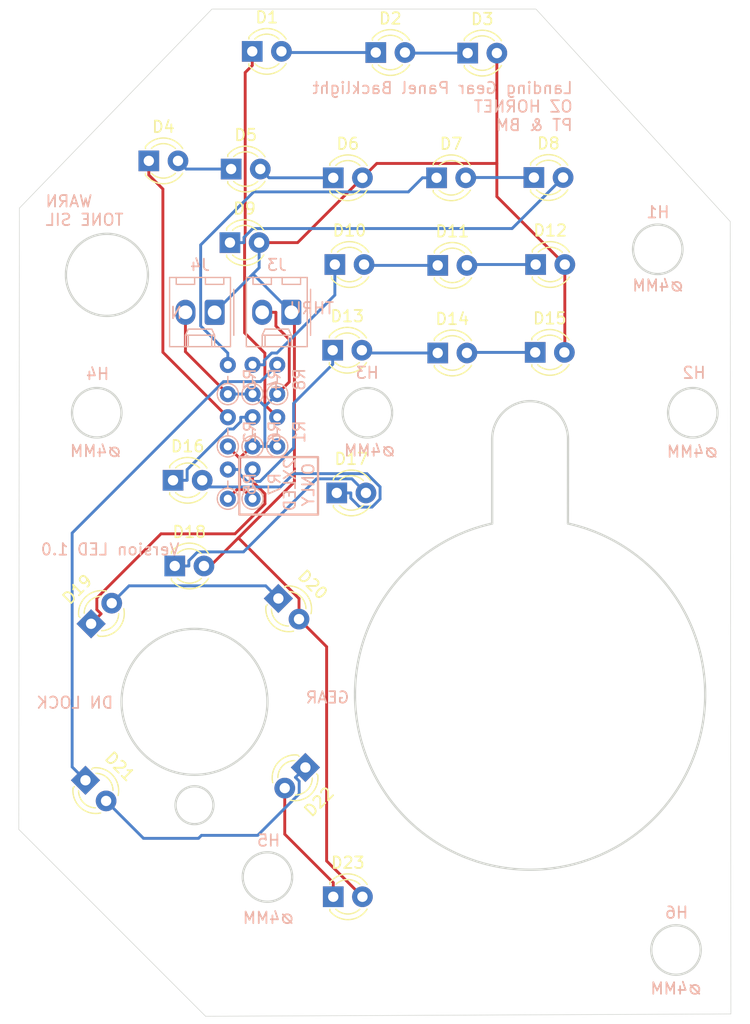
<source format=kicad_pcb>
(kicad_pcb (version 20211014) (generator pcbnew)
  (layers (0 "F.Cu" signal) (31 "B.Cu" signal) (34 "B.Paste" user) (35 "F.Paste" user) (36 "B.SilkS" user "B.Silkscreen") (37 "F.SilkS" user "F.Silkscreen") (38 "B.Mask" user) (39 "F.Mask" user) (44 "Edge.Cuts" user))
  (net 0 "")
  (net 1 "Net-(D1-Pad2)")
  (net 2 "Net-(D2-Pad2)")
  (net 3 "Net-(D4-Pad2)")
  (net 4 "Net-(D5-Pad2)")
  (net 5 "Net-(D7-Pad2)")
  (net 6 "Net-(D8-Pad2)")
  (net 7 "Net-(D10-Pad2)")
  (net 8 "Net-(D11-Pad2)")
  (net 9 "Net-(D13-Pad2)")
  (net 10 "Net-(D14-Pad2)")
  (net 11 "Net-(D16-Pad2)")
  (net 12 "Net-(D17-Pad2)")
  (net 13 "Net-(D19-Pad2)")
  (net 14 "Net-(D21-Pad2)")
  (net 15 "Net-(D22-Pad2)")
  (net 16 "Net-(D1-Pad1)")
  (net 17 "/LED+12V")
  (net 18 "Net-(D4-Pad1)")
  (net 19 "Net-(D7-Pad1)")
  (net 20 "Net-(D10-Pad1)")
  (net 21 "Net-(D13-Pad1)")
  (net 22 "Net-(D16-Pad1)")
  (net 23 "Net-(D19-Pad1)")
  (net 24 "Net-(D21-Pad1)")
  (net 25 "/LED-12V")
  (footprint "LED_THT:LED_D3.0mm" (layer "F.Cu") (at 84.225 42.85)
    (fp_text reference "D1" (at 1.27 -2.96) (layer "F.SilkS"))
    (fp_text value "LED")
    (fp_line (start -0.29 -1.236) (end -0.29 -1.08) (layer "F.SilkS") (width 0.12))
    (fp_line (start -0.29 1.08) (end -0.29 1.236) (layer "F.SilkS") (width 0.12))
    (fp_arc (start 0.229039 -1.08) (mid 1.270117 -1.5) (end 2.31113 -1.079837) (layer "F.SilkS") (width 0.12))
    (fp_arc (start 2.31113 1.079837) (mid 1.270117 1.5) (end 0.229039 1.08) (layer "F.SilkS") (width 0.12))
    (fp_arc (start 2.942335 1.078608) (mid 1.366487 1.987659) (end -0.29 1.235516) (layer "F.SilkS") (width 0.12))
    (fp_arc (start -0.29 -1.235516) (mid 1.366487 -1.987659) (end 2.942335 -1.078608) (layer "F.SilkS") (width 0.12))
    (pad "1" thru_hole rect (at 0 0) (size 1.8 1.8) (drill 0.9) (layers *.Cu *.Mask) (net 16 "Net-(D1-Pad1)"))
    (pad "2" thru_hole circle (at 2.54 0) (size 1.8 1.8) (drill 0.9) (layers *.Cu *.Mask) (net 1 "Net-(D1-Pad2)"))
  )
  (footprint "LED_THT:LED_D3.0mm" (layer "F.Cu") (at 94.975 42.95)
    (fp_text reference "D2" (at 1.27 -2.96) (layer "F.SilkS"))
    (fp_text value "LED")
    (fp_line (start -0.29 -1.236) (end -0.29 -1.08) (layer "F.SilkS") (width 0.12))
    (fp_line (start -0.29 1.08) (end -0.29 1.236) (layer "F.SilkS") (width 0.12))
    (fp_arc (start 0.229039 -1.08) (mid 1.270117 -1.5) (end 2.31113 -1.079837) (layer "F.SilkS") (width 0.12))
    (fp_arc (start -0.29 -1.235516) (mid 1.366487 -1.987659) (end 2.942335 -1.078608) (layer "F.SilkS") (width 0.12))
    (fp_arc (start 2.31113 1.079837) (mid 1.270117 1.5) (end 0.229039 1.08) (layer "F.SilkS") (width 0.12))
    (fp_arc (start 2.942335 1.078608) (mid 1.366487 1.987659) (end -0.29 1.235516) (layer "F.SilkS") (width 0.12))
    (pad "1" thru_hole rect (at 0 0) (size 1.8 1.8) (drill 0.9) (layers *.Cu *.Mask) (net 1 "Net-(D1-Pad2)"))
    (pad "2" thru_hole circle (at 2.54 0) (size 1.8 1.8) (drill 0.9) (layers *.Cu *.Mask) (net 2 "Net-(D2-Pad2)"))
  )
  (footprint "LED_THT:LED_D3.0mm" (layer "F.Cu") (at 102.975 43)
    (fp_text reference "D3" (at 1.27 -2.96) (layer "F.SilkS"))
    (fp_text value "LED")
    (fp_line (start -0.29 -1.236) (end -0.29 -1.08) (layer "F.SilkS") (width 0.12))
    (fp_line (start -0.29 1.08) (end -0.29 1.236) (layer "F.SilkS") (width 0.12))
    (fp_arc (start 2.31113 1.079837) (mid 1.270117 1.5) (end 0.229039 1.08) (layer "F.SilkS") (width 0.12))
    (fp_arc (start 2.942335 1.078608) (mid 1.366487 1.987659) (end -0.29 1.235516) (layer "F.SilkS") (width 0.12))
    (fp_arc (start -0.29 -1.235516) (mid 1.366487 -1.987659) (end 2.942335 -1.078608) (layer "F.SilkS") (width 0.12))
    (fp_arc (start 0.229039 -1.08) (mid 1.270117 -1.5) (end 2.31113 -1.079837) (layer "F.SilkS") (width 0.12))
    (pad "1" thru_hole rect (at 0 0) (size 1.8 1.8) (drill 0.9) (layers *.Cu *.Mask) (net 2 "Net-(D2-Pad2)"))
    (pad "2" thru_hole circle (at 2.54 0) (size 1.8 1.8) (drill 0.9) (layers *.Cu *.Mask) (net 17 "/LED+12V"))
  )
  (footprint "LED_THT:LED_D3.0mm" (layer "F.Cu") (at 75.2222 52.3768)
    (fp_text reference "D4" (at 1.27 -2.96) (layer "F.SilkS"))
    (fp_text value "LED")
    (fp_line (start -0.29 -1.236) (end -0.29 -1.08) (layer "F.SilkS") (width 0.12))
    (fp_line (start -0.29 1.08) (end -0.29 1.236) (layer "F.SilkS") (width 0.12))
    (fp_arc (start 2.31113 1.079837) (mid 1.270117 1.5) (end 0.229039 1.08) (layer "F.SilkS") (width 0.12))
    (fp_arc (start 2.942335 1.078608) (mid 1.366487 1.987659) (end -0.29 1.235516) (layer "F.SilkS") (width 0.12))
    (fp_arc (start 0.229039 -1.08) (mid 1.270117 -1.5) (end 2.31113 -1.079837) (layer "F.SilkS") (width 0.12))
    (fp_arc (start -0.29 -1.235516) (mid 1.366487 -1.987659) (end 2.942335 -1.078608) (layer "F.SilkS") (width 0.12))
    (pad "1" thru_hole rect (at 0 0) (size 1.8 1.8) (drill 0.9) (layers *.Cu *.Mask) (net 18 "Net-(D4-Pad1)"))
    (pad "2" thru_hole circle (at 2.54 0) (size 1.8 1.8) (drill 0.9) (layers *.Cu *.Mask) (net 3 "Net-(D4-Pad2)"))
  )
  (footprint "LED_THT:LED_D3.0mm" (layer "F.Cu") (at 82.385 53.088)
    (fp_text reference "D5" (at 1.27 -2.96) (layer "F.SilkS"))
    (fp_text value "LED")
    (fp_line (start -0.29 1.08) (end -0.29 1.236) (layer "F.SilkS") (width 0.12))
    (fp_line (start -0.29 -1.236) (end -0.29 -1.08) (layer "F.SilkS") (width 0.12))
    (fp_arc (start 0.229039 -1.08) (mid 1.270117 -1.5) (end 2.31113 -1.079837) (layer "F.SilkS") (width 0.12))
    (fp_arc (start 2.31113 1.079837) (mid 1.270117 1.5) (end 0.229039 1.08) (layer "F.SilkS") (width 0.12))
    (fp_arc (start -0.29 -1.235516) (mid 1.366487 -1.987659) (end 2.942335 -1.078608) (layer "F.SilkS") (width 0.12))
    (fp_arc (start 2.942335 1.078608) (mid 1.366487 1.987659) (end -0.29 1.235516) (layer "F.SilkS") (width 0.12))
    (pad "1" thru_hole rect (at 0 0) (size 1.8 1.8) (drill 0.9) (layers *.Cu *.Mask) (net 3 "Net-(D4-Pad2)"))
    (pad "2" thru_hole circle (at 2.54 0) (size 1.8 1.8) (drill 0.9) (layers *.Cu *.Mask) (net 4 "Net-(D5-Pad2)"))
  )
  (footprint "LED_THT:LED_D3.0mm" (layer "F.Cu") (at 91.275 53.85)
    (fp_text reference "D6" (at 1.27 -2.96) (layer "F.SilkS"))
    (fp_text value "LED")
    (fp_line (start -0.29 1.08) (end -0.29 1.236) (layer "F.SilkS") (width 0.12))
    (fp_line (start -0.29 -1.236) (end -0.29 -1.08) (layer "F.SilkS") (width 0.12))
    (fp_arc (start 2.31113 1.079837) (mid 1.270117 1.5) (end 0.229039 1.08) (layer "F.SilkS") (width 0.12))
    (fp_arc (start 0.229039 -1.08) (mid 1.270117 -1.5) (end 2.31113 -1.079837) (layer "F.SilkS") (width 0.12))
    (fp_arc (start -0.29 -1.235516) (mid 1.366487 -1.987659) (end 2.942335 -1.078608) (layer "F.SilkS") (width 0.12))
    (fp_arc (start 2.942335 1.078608) (mid 1.366487 1.987659) (end -0.29 1.235516) (layer "F.SilkS") (width 0.12))
    (pad "1" thru_hole rect (at 0 0) (size 1.8 1.8) (drill 0.9) (layers *.Cu *.Mask) (net 4 "Net-(D5-Pad2)"))
    (pad "2" thru_hole circle (at 2.54 0) (size 1.8 1.8) (drill 0.9) (layers *.Cu *.Mask) (net 17 "/LED+12V"))
  )
  (footprint "LED_THT:LED_D3.0mm" (layer "F.Cu") (at 100.267 53.85)
    (fp_text reference "D7" (at 1.27 -2.96) (layer "F.SilkS"))
    (fp_text value "LED")
    (fp_line (start -0.29 -1.236) (end -0.29 -1.08) (layer "F.SilkS") (width 0.12))
    (fp_line (start -0.29 1.08) (end -0.29 1.236) (layer "F.SilkS") (width 0.12))
    (fp_arc (start 0.229039 -1.08) (mid 1.270117 -1.5) (end 2.31113 -1.079837) (layer "F.SilkS") (width 0.12))
    (fp_arc (start -0.29 -1.235516) (mid 1.366487 -1.987659) (end 2.942335 -1.078608) (layer "F.SilkS") (width 0.12))
    (fp_arc (start 2.942335 1.078608) (mid 1.366487 1.987659) (end -0.29 1.235516) (layer "F.SilkS") (width 0.12))
    (fp_arc (start 2.31113 1.079837) (mid 1.270117 1.5) (end 0.229039 1.08) (layer "F.SilkS") (width 0.12))
    (pad "1" thru_hole rect (at 0 0) (size 1.8 1.8) (drill 0.9) (layers *.Cu *.Mask) (net 19 "Net-(D7-Pad1)"))
    (pad "2" thru_hole circle (at 2.54 0) (size 1.8 1.8) (drill 0.9) (layers *.Cu *.Mask) (net 5 "Net-(D7-Pad2)"))
  )
  (footprint "LED_THT:LED_D3.0mm" (layer "F.Cu") (at 108.739 53.8248)
    (fp_text reference "D8" (at 1.27 -2.96) (layer "F.SilkS"))
    (fp_text value "LED")
    (fp_line (start -0.29 1.08) (end -0.29 1.236) (layer "F.SilkS") (width 0.12))
    (fp_line (start -0.29 -1.236) (end -0.29 -1.08) (layer "F.SilkS") (width 0.12))
    (fp_arc (start 2.31113 1.079837) (mid 1.270117 1.5) (end 0.229039 1.08) (layer "F.SilkS") (width 0.12))
    (fp_arc (start 2.942335 1.078608) (mid 1.366487 1.987659) (end -0.29 1.235516) (layer "F.SilkS") (width 0.12))
    (fp_arc (start -0.29 -1.235516) (mid 1.366487 -1.987659) (end 2.942335 -1.078608) (layer "F.SilkS") (width 0.12))
    (fp_arc (start 0.229039 -1.08) (mid 1.270117 -1.5) (end 2.31113 -1.079837) (layer "F.SilkS") (width 0.12))
    (pad "1" thru_hole rect (at 0 0) (size 1.8 1.8) (drill 0.9) (layers *.Cu *.Mask) (net 5 "Net-(D7-Pad2)"))
    (pad "2" thru_hole circle (at 2.54 0) (size 1.8 1.8) (drill 0.9) (layers *.Cu *.Mask) (net 6 "Net-(D8-Pad2)"))
  )
  (footprint "LED_THT:LED_D3.0mm" (layer "F.Cu") (at 82.2834 59.4888)
    (fp_text reference "D9" (at 1.27 -2.96) (layer "F.SilkS"))
    (fp_text value "LED")
    (fp_line (start -0.29 -1.236) (end -0.29 -1.08) (layer "F.SilkS") (width 0.12))
    (fp_line (start -0.29 1.08) (end -0.29 1.236) (layer "F.SilkS") (width 0.12))
    (fp_arc (start -0.29 -1.235516) (mid 1.366487 -1.987659) (end 2.942335 -1.078608) (layer "F.SilkS") (width 0.12))
    (fp_arc (start 0.229039 -1.08) (mid 1.270117 -1.5) (end 2.31113 -1.079837) (layer "F.SilkS") (width 0.12))
    (fp_arc (start 2.31113 1.079837) (mid 1.270117 1.5) (end 0.229039 1.08) (layer "F.SilkS") (width 0.12))
    (fp_arc (start 2.942335 1.078608) (mid 1.366487 1.987659) (end -0.29 1.235516) (layer "F.SilkS") (width 0.12))
    (pad "1" thru_hole rect (at 0 0) (size 1.8 1.8) (drill 0.9) (layers *.Cu *.Mask) (net 6 "Net-(D8-Pad2)"))
    (pad "2" thru_hole circle (at 2.54 0) (size 1.8 1.8) (drill 0.9) (layers *.Cu *.Mask) (net 17 "/LED+12V"))
  )
  (footprint "LED_THT:LED_D3.0mm" (layer "F.Cu") (at 91.4158 61.394)
    (fp_text reference "D10" (at 1.27 -2.96) (layer "F.SilkS"))
    (fp_text value "LED")
    (fp_line (start -0.29 1.08) (end -0.29 1.236) (layer "F.SilkS") (width 0.12))
    (fp_line (start -0.29 -1.236) (end -0.29 -1.08) (layer "F.SilkS") (width 0.12))
    (fp_arc (start 2.31113 1.079837) (mid 1.270117 1.5) (end 0.229039 1.08) (layer "F.SilkS") (width 0.12))
    (fp_arc (start -0.29 -1.235516) (mid 1.366487 -1.987659) (end 2.942335 -1.078608) (layer "F.SilkS") (width 0.12))
    (fp_arc (start 0.229039 -1.08) (mid 1.270117 -1.5) (end 2.31113 -1.079837) (layer "F.SilkS") (width 0.12))
    (fp_arc (start 2.942335 1.078608) (mid 1.366487 1.987659) (end -0.29 1.235516) (layer "F.SilkS") (width 0.12))
    (pad "1" thru_hole rect (at 0 0) (size 1.8 1.8) (drill 0.9) (layers *.Cu *.Mask) (net 20 "Net-(D10-Pad1)"))
    (pad "2" thru_hole circle (at 2.54 0) (size 1.8 1.8) (drill 0.9) (layers *.Cu *.Mask) (net 7 "Net-(D10-Pad2)"))
  )
  (footprint "LED_THT:LED_D3.0mm" (layer "F.Cu") (at 100.368 61.47)
    (fp_text reference "D11" (at 1.27 -2.96) (layer "F.SilkS"))
    (fp_text value "LED")
    (fp_line (start -0.29 -1.236) (end -0.29 -1.08) (layer "F.SilkS") (width 0.12))
    (fp_line (start -0.29 1.08) (end -0.29 1.236) (layer "F.SilkS") (width 0.12))
    (fp_arc (start 2.31113 1.079837) (mid 1.270117 1.5) (end 0.229039 1.08) (layer "F.SilkS") (width 0.12))
    (fp_arc (start 2.942335 1.078608) (mid 1.366487 1.987659) (end -0.29 1.235516) (layer "F.SilkS") (width 0.12))
    (fp_arc (start 0.229039 -1.08) (mid 1.270117 -1.5) (end 2.31113 -1.079837) (layer "F.SilkS") (width 0.12))
    (fp_arc (start -0.29 -1.235516) (mid 1.366487 -1.987659) (end 2.942335 -1.078608) (layer "F.SilkS") (width 0.12))
    (pad "1" thru_hole rect (at 0 0) (size 1.8 1.8) (drill 0.9) (layers *.Cu *.Mask) (net 7 "Net-(D10-Pad2)"))
    (pad "2" thru_hole circle (at 2.54 0) (size 1.8 1.8) (drill 0.9) (layers *.Cu *.Mask) (net 8 "Net-(D11-Pad2)"))
  )
  (footprint "LED_THT:LED_D3.0mm" (layer "F.Cu") (at 108.891 61.394)
    (fp_text reference "D12" (at 1.27 -2.96) (layer "F.SilkS"))
    (fp_text value "LED")
    (fp_line (start -0.29 -1.236) (end -0.29 -1.08) (layer "F.SilkS") (width 0.12))
    (fp_line (start -0.29 1.08) (end -0.29 1.236) (layer "F.SilkS") (width 0.12))
    (fp_arc (start 0.229039 -1.08) (mid 1.270117 -1.5) (end 2.31113 -1.079837) (layer "F.SilkS") (width 0.12))
    (fp_arc (start 2.942335 1.078608) (mid 1.366487 1.987659) (end -0.29 1.235516) (layer "F.SilkS") (width 0.12))
    (fp_arc (start -0.29 -1.235516) (mid 1.366487 -1.987659) (end 2.942335 -1.078608) (layer "F.SilkS") (width 0.12))
    (fp_arc (start 2.31113 1.079837) (mid 1.270117 1.5) (end 0.229039 1.08) (layer "F.SilkS") (width 0.12))
    (pad "1" thru_hole rect (at 0 0) (size 1.8 1.8) (drill 0.9) (layers *.Cu *.Mask) (net 8 "Net-(D11-Pad2)"))
    (pad "2" thru_hole circle (at 2.54 0) (size 1.8 1.8) (drill 0.9) (layers *.Cu *.Mask) (net 17 "/LED+12V"))
  )
  (footprint "LED_THT:LED_D3.0mm" (layer "F.Cu") (at 91.225 68.85)
    (fp_text reference "D13" (at 1.27 -2.96) (layer "F.SilkS"))
    (fp_text value "LED")
    (fp_line (start -0.29 -1.236) (end -0.29 -1.08) (layer "F.SilkS") (width 0.12))
    (fp_line (start -0.29 1.08) (end -0.29 1.236) (layer "F.SilkS") (width 0.12))
    (fp_arc (start 2.31113 1.079837) (mid 1.270117 1.5) (end 0.229039 1.08) (layer "F.SilkS") (width 0.12))
    (fp_arc (start 2.942335 1.078608) (mid 1.366487 1.987659) (end -0.29 1.235516) (layer "F.SilkS") (width 0.12))
    (fp_arc (start -0.29 -1.235516) (mid 1.366487 -1.987659) (end 2.942335 -1.078608) (layer "F.SilkS") (width 0.12))
    (fp_arc (start 0.229039 -1.08) (mid 1.270117 -1.5) (end 2.31113 -1.079837) (layer "F.SilkS") (width 0.12))
    (pad "1" thru_hole rect (at 0 0) (size 1.8 1.8) (drill 0.9) (layers *.Cu *.Mask) (net 21 "Net-(D13-Pad1)"))
    (pad "2" thru_hole circle (at 2.54 0) (size 1.8 1.8) (drill 0.9) (layers *.Cu *.Mask) (net 9 "Net-(D13-Pad2)"))
  )
  (footprint "LED_THT:LED_D3.0mm" (layer "F.Cu") (at 100.368 69.09)
    (fp_text reference "D14" (at 1.27 -2.96) (layer "F.SilkS"))
    (fp_text value "LED")
    (fp_line (start -0.29 -1.236) (end -0.29 -1.08) (layer "F.SilkS") (width 0.12))
    (fp_line (start -0.29 1.08) (end -0.29 1.236) (layer "F.SilkS") (width 0.12))
    (fp_arc (start -0.29 -1.235516) (mid 1.366487 -1.987659) (end 2.942335 -1.078608) (layer "F.SilkS") (width 0.12))
    (fp_arc (start 0.229039 -1.08) (mid 1.270117 -1.5) (end 2.31113 -1.079837) (layer "F.SilkS") (width 0.12))
    (fp_arc (start 2.942335 1.078608) (mid 1.366487 1.987659) (end -0.29 1.235516) (layer "F.SilkS") (width 0.12))
    (fp_arc (start 2.31113 1.079837) (mid 1.270117 1.5) (end 0.229039 1.08) (layer "F.SilkS") (width 0.12))
    (pad "1" thru_hole rect (at 0 0) (size 1.8 1.8) (drill 0.9) (layers *.Cu *.Mask) (net 9 "Net-(D13-Pad2)"))
    (pad "2" thru_hole circle (at 2.54 0) (size 1.8 1.8) (drill 0.9) (layers *.Cu *.Mask) (net 10 "Net-(D14-Pad2)"))
  )
  (footprint "LED_THT:LED_D3.0mm" (layer "F.Cu") (at 108.852 69.0392)
    (fp_text reference "D15" (at 1.27 -2.96) (layer "F.SilkS"))
    (fp_text value "LED")
    (fp_line (start -0.29 -1.236) (end -0.29 -1.08) (layer "F.SilkS") (width 0.12))
    (fp_line (start -0.29 1.08) (end -0.29 1.236) (layer "F.SilkS") (width 0.12))
    (fp_arc (start 2.942335 1.078608) (mid 1.366487 1.987659) (end -0.29 1.235516) (layer "F.SilkS") (width 0.12))
    (fp_arc (start 0.229039 -1.08) (mid 1.270117 -1.5) (end 2.31113 -1.079837) (layer "F.SilkS") (width 0.12))
    (fp_arc (start -0.29 -1.235516) (mid 1.366487 -1.987659) (end 2.942335 -1.078608) (layer "F.SilkS") (width 0.12))
    (fp_arc (start 2.31113 1.079837) (mid 1.270117 1.5) (end 0.229039 1.08) (layer "F.SilkS") (width 0.12))
    (pad "1" thru_hole rect (at 0 0) (size 1.8 1.8) (drill 0.9) (layers *.Cu *.Mask) (net 10 "Net-(D14-Pad2)"))
    (pad "2" thru_hole circle (at 2.54 0) (size 1.8 1.8) (drill 0.9) (layers *.Cu *.Mask) (net 17 "/LED+12V"))
  )
  (footprint "LED_THT:LED_D3.0mm" (layer "F.Cu") (at 77.3306 80.166)
    (fp_text reference "D16" (at 1.27 -2.96) (layer "F.SilkS"))
    (fp_text value "LED")
    (fp_line (start -0.29 -1.236) (end -0.29 -1.08) (layer "F.SilkS") (width 0.12))
    (fp_line (start -0.29 1.08) (end -0.29 1.236) (layer "F.SilkS") (width 0.12))
    (fp_arc (start 0.229039 -1.08) (mid 1.270117 -1.5) (end 2.31113 -1.079837) (layer "F.SilkS") (width 0.12))
    (fp_arc (start -0.29 -1.235516) (mid 1.366487 -1.987659) (end 2.942335 -1.078608) (layer "F.SilkS") (width 0.12))
    (fp_arc (start 2.31113 1.079837) (mid 1.270117 1.5) (end 0.229039 1.08) (layer "F.SilkS") (width 0.12))
    (fp_arc (start 2.942335 1.078608) (mid 1.366487 1.987659) (end -0.29 1.235516) (layer "F.SilkS") (width 0.12))
    (pad "1" thru_hole rect (at 0 0) (size 1.8 1.8) (drill 0.9) (layers *.Cu *.Mask) (net 22 "Net-(D16-Pad1)"))
    (pad "2" thru_hole circle (at 2.54 0) (size 1.8 1.8) (drill 0.9) (layers *.Cu *.Mask) (net 11 "Net-(D16-Pad2)"))
  )
  (footprint "LED_THT:LED_D3.0mm" (layer "F.Cu") (at 91.5806 81.266)
    (fp_text reference "D17" (at 1.27 -2.96) (layer "F.SilkS"))
    (fp_text value "LED")
    (fp_line (start -0.29 -1.236) (end -0.29 -1.08) (layer "F.SilkS") (width 0.12))
    (fp_line (start -0.29 1.08) (end -0.29 1.236) (layer "F.SilkS") (width 0.12))
    (fp_arc (start 0.229039 -1.08) (mid 1.270117 -1.5) (end 2.31113 -1.079837) (layer "F.SilkS") (width 0.12))
    (fp_arc (start 2.942335 1.078608) (mid 1.366487 1.987659) (end -0.29 1.235516) (layer "F.SilkS") (width 0.12))
    (fp_arc (start 2.31113 1.079837) (mid 1.270117 1.5) (end 0.229039 1.08) (layer "F.SilkS") (width 0.12))
    (fp_arc (start -0.29 -1.235516) (mid 1.366487 -1.987659) (end 2.942335 -1.078608) (layer "F.SilkS") (width 0.12))
    (pad "1" thru_hole rect (at 0 0) (size 1.8 1.8) (drill 0.9) (layers *.Cu *.Mask) (net 11 "Net-(D16-Pad2)"))
    (pad "2" thru_hole circle (at 2.54 0) (size 1.8 1.8) (drill 0.9) (layers *.Cu *.Mask) (net 12 "Net-(D17-Pad2)"))
  )
  (footprint "LED_THT:LED_D3.0mm" (layer "F.Cu") (at 77.4806 87.6212)
    (fp_text reference "D18" (at 1.27 -2.96) (layer "F.SilkS"))
    (fp_text value "LED")
    (fp_line (start -0.29 1.08) (end -0.29 1.236) (layer "F.SilkS") (width 0.12))
    (fp_line (start -0.29 -1.236) (end -0.29 -1.08) (layer "F.SilkS") (width 0.12))
    (fp_arc (start 2.942335 1.078608) (mid 1.366487 1.987659) (end -0.29 1.235516) (layer "F.SilkS") (width 0.12))
    (fp_arc (start 0.229039 -1.08) (mid 1.270117 -1.5) (end 2.31113 -1.079837) (layer "F.SilkS") (width 0.12))
    (fp_arc (start 2.31113 1.079837) (mid 1.270117 1.5) (end 0.229039 1.08) (layer "F.SilkS") (width 0.12))
    (fp_arc (start -0.29 -1.235516) (mid 1.366487 -1.987659) (end 2.942335 -1.078608) (layer "F.SilkS") (width 0.12))
    (pad "1" thru_hole rect (at 0 0) (size 1.8 1.8) (drill 0.9) (layers *.Cu *.Mask) (net 12 "Net-(D17-Pad2)"))
    (pad "2" thru_hole circle (at 2.54 0) (size 1.8 1.8) (drill 0.9) (layers *.Cu *.Mask) (net 17 "/LED+12V"))
  )
  (footprint "LED_THT:LED_D3.0mm" (layer "F.Cu") (at 70.1984 92.6516 45)
    (fp_text reference "D19" (at 1.27 -2.96 45) (layer "F.SilkS"))
    (fp_text value "LED")
    (fp_line (start -0.29 -1.236) (end -0.29 -1.08) (layer "F.SilkS") (width 0.12))
    (fp_line (start -0.29 1.08) (end -0.29 1.236) (layer "F.SilkS") (width 0.12))
    (fp_arc (start 2.31113 1.079837) (mid 1.270117 1.5) (end 0.229039 1.08) (layer "F.SilkS") (width 0.12))
    (fp_arc (start -0.29 -1.235516) (mid 1.366487 -1.987659) (end 2.942335 -1.078608) (layer "F.SilkS") (width 0.12))
    (fp_arc (start 2.942335 1.078608) (mid 1.366487 1.987659) (end -0.29 1.235516) (layer "F.SilkS") (width 0.12))
    (fp_arc (start 0.229039 -1.08) (mid 1.270118 -1.5) (end 2.31113 -1.079837) (layer "F.SilkS") (width 0.12))
    (pad "1" thru_hole rect (at 0 0 45) (size 1.8 1.8) (drill 0.9) (layers *.Cu *.Mask) (net 23 "Net-(D19-Pad1)"))
    (pad "2" thru_hole circle (at 2.54 0 45) (size 1.8 1.8) (drill 0.9) (layers *.Cu *.Mask) (net 13 "Net-(D19-Pad2)"))
  )
  (footprint "LED_THT:LED_D3.0mm" (layer "F.Cu") (at 86.4984 90.4484 -45)
    (fp_text reference "D20" (at 1.27 -2.96 135) (layer "F.SilkS"))
    (fp_text value "LED")
    (fp_line (start -0.29 1.08) (end -0.29 1.236) (layer "F.SilkS") (width 0.12))
    (fp_line (start -0.29 -1.236) (end -0.29 -1.08) (layer "F.SilkS") (width 0.12))
    (fp_arc (start 2.942335 1.078608) (mid 1.366487 1.987659) (end -0.29 1.235516) (layer "F.SilkS") (width 0.12))
    (fp_arc (start 0.229039 -1.08) (mid 1.270118 -1.5) (end 2.31113 -1.079837) (layer "F.SilkS") (width 0.12))
    (fp_arc (start -0.29 -1.235516) (mid 1.366487 -1.987659) (end 2.942335 -1.078608) (layer "F.SilkS") (width 0.12))
    (fp_arc (start 2.31113 1.079837) (mid 1.270117 1.5) (end 0.229039 1.08) (layer "F.SilkS") (width 0.12))
    (pad "1" thru_hole rect (at 0 0 315) (size 1.8 1.8) (drill 0.9) (layers *.Cu *.Mask) (net 13 "Net-(D19-Pad2)"))
    (pad "2" thru_hole circle (at 2.54 0 315) (size 1.8 1.8) (drill 0.9) (layers *.Cu *.Mask) (net 17 "/LED+12V"))
  )
  (footprint "LED_THT:LED_D3.0mm" (layer "F.Cu") (at 69.7082 106.265 -45)
    (fp_text reference "D21" (at 1.27 -2.96 135) (layer "F.SilkS"))
    (fp_text value "LED")
    (fp_line (start -0.29 1.08) (end -0.29 1.236) (layer "F.SilkS") (width 0.12))
    (fp_line (start -0.29 -1.236) (end -0.29 -1.08) (layer "F.SilkS") (width 0.12))
    (fp_arc (start 0.229039 -1.08) (mid 1.270118 -1.5) (end 2.31113 -1.079837) (layer "F.SilkS") (width 0.12))
    (fp_arc (start -0.29 -1.235516) (mid 1.366487 -1.987659) (end 2.942335 -1.078608) (layer "F.SilkS") (width 0.12))
    (fp_arc (start 2.31113 1.079837) (mid 1.270117 1.5) (end 0.229039 1.08) (layer "F.SilkS") (width 0.12))
    (fp_arc (start 2.942335 1.078608) (mid 1.366487 1.987659) (end -0.29 1.235516) (layer "F.SilkS") (width 0.12))
    (pad "1" thru_hole rect (at 0 0 315) (size 1.8 1.8) (drill 0.9) (layers *.Cu *.Mask) (net 24 "Net-(D21-Pad1)"))
    (pad "2" thru_hole circle (at 2.54 0 315) (size 1.8 1.8) (drill 0.9) (layers *.Cu *.Mask) (net 14 "Net-(D21-Pad2)"))
  )
  (footprint "LED_THT:LED_D3.0mm" (layer "F.Cu") (at 88.85 105.15 -135)
    (fp_text reference "D22" (at 1.27 -2.96 45) (layer "F.SilkS"))
    (fp_text value "LED")
    (fp_line (start -0.29 -1.236) (end -0.29 -1.08) (layer "F.SilkS") (width 0.12))
    (fp_line (start -0.29 1.08) (end -0.29 1.236) (layer "F.SilkS") (width 0.12))
    (fp_arc (start 2.31113 1.079837) (mid 1.270117 1.5) (end 0.229039 1.08) (layer "F.SilkS") (width 0.12))
    (fp_arc (start 0.229039 -1.08) (mid 1.270118 -1.5) (end 2.31113 -1.079837) (layer "F.SilkS") (width 0.12))
    (fp_arc (start 2.942335 1.078608) (mid 1.366487 1.987659) (end -0.29 1.235516) (layer "F.SilkS") (width 0.12))
    (fp_arc (start -0.29 -1.235516) (mid 1.366487 -1.987659) (end 2.942335 -1.078608) (layer "F.SilkS") (width 0.12))
    (pad "1" thru_hole rect (at 0 0 225) (size 1.8 1.8) (drill 0.9) (layers *.Cu *.Mask) (net 14 "Net-(D21-Pad2)"))
    (pad "2" thru_hole circle (at 2.54 0 225) (size 1.8 1.8) (drill 0.9) (layers *.Cu *.Mask) (net 15 "Net-(D22-Pad2)"))
  )
  (footprint "LED_THT:LED_D3.0mm" (layer "F.Cu") (at 91.275 116.4)
    (fp_text reference "D23" (at 1.27 -2.96) (layer "F.SilkS"))
    (fp_text value "LED")
    (fp_line (start -0.29 1.08) (end -0.29 1.236) (layer "F.SilkS") (width 0.12))
    (fp_line (start -0.29 -1.236) (end -0.29 -1.08) (layer "F.SilkS") (width 0.12))
    (fp_arc (start 2.31113 1.079837) (mid 1.270117 1.5) (end 0.229039 1.08) (layer "F.SilkS") (width 0.12))
    (fp_arc (start 2.942335 1.078608) (mid 1.366487 1.987659) (end -0.29 1.235516) (layer "F.SilkS") (width 0.12))
    (fp_arc (start 0.229039 -1.08) (mid 1.270117 -1.5) (end 2.31113 -1.079837) (layer "F.SilkS") (width 0.12))
    (fp_arc (start -0.29 -1.235516) (mid 1.366487 -1.987659) (end 2.942335 -1.078608) (layer "F.SilkS") (width 0.12))
    (pad "1" thru_hole rect (at 0 0) (size 1.8 1.8) (drill 0.9) (layers *.Cu *.Mask) (net 15 "Net-(D22-Pad2)"))
    (pad "2" thru_hole circle (at 2.54 0) (size 1.8 1.8) (drill 0.9) (layers *.Cu *.Mask) (net 17 "/LED+12V"))
  )
  (footprint "Resistor_THT:R_Axial_DIN0204_L3.6mm_D1.6mm_P2.54mm_Vertical" (layer "B.Cu") (at 86.4 77.22 90)
    (fp_text reference "R1" (at 1.27 1.92 90) (layer "B.SilkS") (effects (justify mirror)))
    (fp_text value "R")
    (fp_line (start 0.92 0) (end 1.54 0) (layer "B.SilkS") (width 0.12))
    (fp_circle (center 0 0) (end 0.92 0) (layer "B.SilkS") (width 0.12) (fill none))
    (pad "1" thru_hole circle (at 0 0 90) (size 1.4 1.4) (drill 0.7) (layers *.Cu *.Mask) (net 25 "/LED-12V"))
    (pad "2" thru_hole oval (at 2.54 0 90) (size 1.4 1.4) (drill 0.7) (layers *.Cu *.Mask) (net 16 "Net-(D1-Pad1)"))
  )
  (footprint "Resistor_THT:R_Axial_DIN0204_L3.6mm_D1.6mm_P2.54mm_Vertical" (layer "B.Cu") (at 82.1 81.77 90)
    (fp_text reference "R5" (at 1.27 1.92 90) (layer "B.SilkS") (effects (justify mirror)))
    (fp_text value "R")
    (fp_line (start 0.92 0) (end 1.54 0) (layer "B.SilkS") (width 0.12))
    (fp_circle (center 0 0) (end 0.92 0) (layer "B.SilkS") (width 0.12) (fill none))
    (pad "1" thru_hole circle (at 0 0 90) (size 1.4 1.4) (drill 0.7) (layers *.Cu *.Mask) (net 25 "/LED-12V"))
    (pad "2" thru_hole oval (at 2.54 0 90) (size 1.4 1.4) (drill 0.7) (layers *.Cu *.Mask) (net 21 "Net-(D13-Pad1)"))
  )
  (footprint "Resistor_THT:R_Axial_DIN0204_L3.6mm_D1.6mm_P2.54mm_Vertical" (layer "B.Cu") (at 82.1 72.67 90)
    (fp_text reference "R3" (at 1.27 1.92 90) (layer "B.SilkS") (effects (justify mirror)))
    (fp_text value "R")
    (fp_line (start 0.92 0) (end 1.54 0) (layer "B.SilkS") (width 0.12))
    (fp_circle (center 0 0) (end 0.92 0) (layer "B.SilkS") (width 0.12) (fill none))
    (pad "1" thru_hole circle (at 0 0 90) (size 1.4 1.4) (drill 0.7) (layers *.Cu *.Mask) (net 25 "/LED-12V"))
    (pad "2" thru_hole oval (at 2.54 0 90) (size 1.4 1.4) (drill 0.7) (layers *.Cu *.Mask) (net 19 "Net-(D7-Pad1)"))
  )
  (footprint "Resistor_THT:R_Axial_DIN0204_L3.6mm_D1.6mm_P2.54mm_Vertical" (layer "B.Cu") (at 86.4 72.66 90)
    (fp_text reference "R8" (at 1.27 1.92 90) (layer "B.SilkS") (effects (justify mirror)))
    (fp_text value "R")
    (fp_line (start 0.92 0) (end 1.54 0) (layer "B.SilkS") (width 0.12))
    (fp_circle (center 0 0) (end 0.92 0) (layer "B.SilkS") (width 0.12) (fill none))
    (pad "1" thru_hole circle (at 0 0 90) (size 1.4 1.4) (drill 0.7) (layers *.Cu *.Mask) (net 25 "/LED-12V"))
    (pad "2" thru_hole oval (at 2.54 0 90) (size 1.4 1.4) (drill 0.7) (layers *.Cu *.Mask) (net 24 "Net-(D21-Pad1)"))
  )
  (footprint "Resistor_THT:R_Axial_DIN0204_L3.6mm_D1.6mm_P2.54mm_Vertical" (layer "B.Cu") (at 84.25 81.77 90)
    (fp_text reference "R7" (at 1.27 1.92 90) (layer "B.SilkS") (effects (justify mirror)))
    (fp_text value "R")
    (fp_line (start 0.92 0) (end 1.54 0) (layer "B.SilkS") (width 0.12))
    (fp_circle (center 0 0) (end 0.92 0) (layer "B.SilkS") (width 0.12) (fill none))
    (pad "1" thru_hole circle (at 0 0 90) (size 1.4 1.4) (drill 0.7) (layers *.Cu *.Mask) (net 25 "/LED-12V"))
    (pad "2" thru_hole oval (at 2.54 0 90) (size 1.4 1.4) (drill 0.7) (layers *.Cu *.Mask) (net 23 "Net-(D19-Pad1)"))
  )
  (footprint "Resistor_THT:R_Axial_DIN0204_L3.6mm_D1.6mm_P2.54mm_Vertical" (layer "B.Cu") (at 82.1 77.22 90)
    (fp_text reference "R2" (at 1.27 1.92 90) (layer "B.SilkS") (effects (justify mirror)))
    (fp_text value "R")
    (fp_line (start 0.92 0) (end 1.54 0) (layer "B.SilkS") (width 0.12))
    (fp_circle (center 0 0) (end 0.92 0) (layer "B.SilkS") (width 0.12) (fill none))
    (pad "1" thru_hole circle (at 0 0 90) (size 1.4 1.4) (drill 0.7) (layers *.Cu *.Mask) (net 25 "/LED-12V"))
    (pad "2" thru_hole oval (at 2.54 0 90) (size 1.4 1.4) (drill 0.7) (layers *.Cu *.Mask) (net 18 "Net-(D4-Pad1)"))
  )
  (footprint "Resistor_THT:R_Axial_DIN0204_L3.6mm_D1.6mm_P2.54mm_Vertical" (layer "B.Cu") (at 84.25 72.66 90)
    (fp_text reference "R4" (at 1.27 1.92 90) (layer "B.SilkS") (effects (justify mirror)))
    (fp_text value "R")
    (fp_line (start 0.92 0) (end 1.54 0) (layer "B.SilkS") (width 0.12))
    (fp_circle (center 0 0) (end 0.92 0) (layer "B.SilkS") (width 0.12) (fill none))
    (pad "1" thru_hole circle (at 0 0 90) (size 1.4 1.4) (drill 0.7) (layers *.Cu *.Mask) (net 25 "/LED-12V"))
    (pad "2" thru_hole oval (at 2.54 0 90) (size 1.4 1.4) (drill 0.7) (layers *.Cu *.Mask) (net 20 "Net-(D10-Pad1)"))
  )
  (footprint "Connector_Molex:Molex_KK-254_AE-6410-02A_1x02_P2.54mm_Vertical" (layer "B.Cu") (at 87.63 65.552 180)
    (fp_text reference "J3" (at 1.27 4.12) (layer "B.SilkS") (effects (justify mirror)))
    (fp_text value "BKLT")
    (fp_line (start 3.92 -2.99) (end 3.92 3.03) (layer "B.SilkS") (width 0.12))
    (fp_line (start 0.8 2.43) (end 0.8 3.03) (layer "B.SilkS") (width 0.12))
    (fp_line (start 0.25 -2.99) (end 0.25 -1.99) (layer "B.SilkS") (width 0.12))
    (fp_line (start 2.29 -2.99) (end 2.29 -1.99) (layer "B.SilkS") (width 0.12))
    (fp_line (start -1.67 2) (end -1.67 -2) (layer "B.SilkS") (width 0.12))
    (fp_line (start 2.29 -1.46) (end 2.54 -1.99) (layer "B.SilkS") (width 0.12))
    (fp_line (start 3.92 3.03) (end -1.38 3.03) (layer "B.SilkS") (width 0.12))
    (fp_line (start 0 -1.99) (end 2.54 -1.99) (layer "B.SilkS") (width 0.12))
    (fp_line (start 0 -1.99) (end 0.25 -1.46) (layer "B.SilkS") (width 0.12))
    (fp_line (start -1.38 3.03) (end -1.38 -2.99) (layer "B.SilkS") (width 0.12))
    (fp_line (start 1.74 2.43) (end 3.34 2.43) (layer "B.SilkS") (width 0.12))
    (fp_line (start -0.8 3.03) (end -0.8 2.43) (layer "B.SilkS") (width 0.12))
    (fp_line (start -0.8 2.43) (end 0.8 2.43) (layer "B.SilkS") (width 0.12))
    (fp_line (start 0 -2.99) (end 0 -1.99) (layer "B.SilkS") (width 0.12))
    (fp_line (start 1.74 3.03) (end 1.74 2.43) (layer "B.SilkS") (width 0.12))
    (fp_line (start 3.34 2.43) (end 3.34 3.03) (layer "B.SilkS") (width 0.12))
    (fp_line (start 2.54 -1.99) (end 2.54 -2.99) (layer "B.SilkS") (width 0.12))
    (fp_line (start -1.38 -2.99) (end 3.92 -2.99) (layer "B.SilkS") (width 0.12))
    (fp_line (start 0.25 -1.46) (end 2.29 -1.46) (layer "B.SilkS") (width 0.12))
    (pad "1" thru_hole roundrect (at 0 0 180) (size 1.74 2.19) (drill 1.19) (layers *.Cu *.Mask) (roundrect_rratio 0.1436781609) (net 17 "/LED+12V"))
    (pad "2" thru_hole oval (at 2.54 0 180) (size 1.74 2.19) (drill 1.19) (layers *.Cu *.Mask) (net 25 "/LED-12V"))
  )
  (footprint "Resistor_THT:R_Axial_DIN0204_L3.6mm_D1.6mm_P2.54mm_Vertical" (layer "B.Cu") (at 84.25 77.22 90)
    (fp_text reference "R6" (at 1.27 1.92 90) (layer "B.SilkS") (effects (justify mirror)))
    (fp_text value "R")
    (fp_line (start 0.92 0) (end 1.54 0) (layer "B.SilkS") (width 0.12))
    (fp_circle (center 0 0) (end 0.92 0) (layer "B.SilkS") (width 0.12) (fill none))
    (pad "1" thru_hole circle (at 0 0 90) (size 1.4 1.4) (drill 0.7) (layers *.Cu *.Mask) (net 25 "/LED-12V"))
    (pad "2" thru_hole oval (at 2.54 0 90) (size 1.4 1.4) (drill 0.7) (layers *.Cu *.Mask) (net 22 "Net-(D16-Pad1)"))
  )
  (footprint "Connector_Molex:Molex_KK-254_AE-6410-02A_1x02_P2.54mm_Vertical" (layer "B.Cu") (at 80.95 65.552 180)
    (fp_text reference "J4" (at 1.27 4.12) (layer "B.SilkS") (effects (justify mirror)))
    (fp_text value "BKLT")
    (fp_line (start -0.8 3.03) (end -0.8 2.43) (layer "B.SilkS") (width 0.12))
    (fp_line (start 1.74 3.03) (end 1.74 2.43) (layer "B.SilkS") (width 0.12))
    (fp_line (start 0.25 -1.46) (end 2.29 -1.46) (layer "B.SilkS") (width 0.12))
    (fp_line (start 2.54 -1.99) (end 2.54 -2.99) (layer "B.SilkS") (width 0.12))
    (fp_line (start -1.67 2) (end -1.67 -2) (layer "B.SilkS") (width 0.12))
    (fp_line (start 2.29 -2.99) (end 2.29 -1.99) (layer "B.SilkS") (width 0.12))
    (fp_line (start -1.38 -2.99) (end 3.92 -2.99) (layer "B.SilkS") (width 0.12))
    (fp_line (start 3.92 3.03) (end -1.38 3.03) (layer "B.SilkS") (width 0.12))
    (fp_line (start 1.74 2.43) (end 3.34 2.43) (layer "B.SilkS") (width 0.12))
    (fp_line (start -1.38 3.03) (end -1.38 -2.99) (layer "B.SilkS") (width 0.12))
    (fp_line (start 3.92 -2.99) (end 3.92 3.03) (layer "B.SilkS") (width 0.12))
    (fp_line (start 0 -1.99) (end 0.25 -1.46) (layer "B.SilkS") (width 0.12))
    (fp_line (start 0 -1.99) (end 2.54 -1.99) (layer "B.SilkS") (width 0.12))
    (fp_line (start 3.34 2.43) (end 3.34 3.03) (layer "B.SilkS") (width 0.12))
    (fp_line (start -0.8 2.43) (end 0.8 2.43) (layer "B.SilkS") (width 0.12))
    (fp_line (start 0.25 -2.99) (end 0.25 -1.99) (layer "B.SilkS") (width 0.12))
    (fp_line (start 0 -2.99) (end 0 -1.99) (layer "B.SilkS") (width 0.12))
    (fp_line (start 0.8 2.43) (end 0.8 3.03) (layer "B.SilkS") (width 0.12))
    (fp_line (start 2.29 -1.46) (end 2.54 -1.99) (layer "B.SilkS") (width 0.12))
    (pad "1" thru_hole roundrect (at 0 0 180) (size 1.74 2.19) (drill 1.19) (layers *.Cu *.Mask) (roundrect_rratio 0.1436781609) (net 17 "/LED+12V"))
    (pad "2" thru_hole oval (at 2.54 0 180) (size 1.74 2.19) (drill 1.19) (layers *.Cu *.Mask) (net 25 "/LED-12V"))
  )
  (gr_rect (start 89.95 83.15) (end 83.1 78.15) (layer "B.SilkS") (width 0.2) (fill none))
  (gr_line (start 125.8316 126.5936) (end 125.8824 126.5936) (layer "Edge.Cuts") (width 0.05))
  (gr_line (start 125.8316 57.658) (end 108.9152 39.1668) (layer "Edge.Cuts") (width 0.05))
  (gr_line (start 63.9064 110.5408) (end 80.1624 126.7968) (layer "Edge.Cuts") (width 0.05))
  (gr_circle (center 79.1972 99.441) (end 85.547199 99.441) (layer "Edge.Cuts") (width 0.2) (fill none))
  (gr_arc (start 111.702278 83.926482) (mid 108.410746 114.045999) (end 105.105199 83.928017) (layer "Edge.Cuts") (width 0.2))
  (gr_line (start 125.8824 126.5936) (end 125.8316 57.658) (layer "Edge.Cuts") (width 0.05))
  (gr_circle (center 119.5197 60.071) (end 121.67235 60.071) (layer "Edge.Cuts") (width 0.2) (fill none))
  (gr_circle (center 122.5677 74.289123) (end 124.72035 74.289123) (layer "Edge.Cuts") (width 0.2) (fill none))
  (gr_circle (center 85.5472 114.681) (end 87.699849 114.681) (layer "Edge.Cuts") (width 0.2) (fill none))
  (gr_circle (center 121.1072 121.031) (end 123.25985 121.031) (layer "Edge.Cuts") (width 0.2) (fill none))
  (gr_circle (center 71.5772 62.2935) (end 75.148439 62.2935) (layer "Edge.Cuts") (width 0.2) (fill none))
  (gr_arc (start 105.105201 76.581) (mid 108.4072 73.279001) (end 111.709199 76.581) (layer "Edge.Cuts") (width 0.2))
  (gr_line (start 105.1052 76.581) (end 105.1052 83.928017) (layer "Edge.Cuts") (width 0.2))
  (gr_line (start 80.1624 126.7968) (end 125.8316 126.5936) (layer "Edge.Cuts") (width 0.05))
  (gr_circle (center 70.6907 74.289123) (end 72.84335 74.289123) (layer "Edge.Cuts") (width 0.2) (fill none))
  (gr_line (start 63.9572 56.4896) (end 63.9064 110.5408) (layer "Edge.Cuts") (width 0.05))
  (gr_circle (center 94.2467 74.289123) (end 96.399349 74.289123) (layer "Edge.Cuts") (width 0.2) (fill none))
  (gr_line (start 108.9152 39.1668) (end 80.7212 39.1668) (layer "Edge.Cuts") (width 0.05))
  (gr_circle (center 79.1972 108.4326) (end 80.848199 108.4326) (layer "Edge.Cuts") (width 0.2) (fill none))
  (gr_line (start 111.702278 83.926482) (end 111.7092 76.581) (layer "Edge.Cuts") (width 0.2))
  (gr_line (start 80.7212 39.1668) (end 63.9572 56.4896) (layer "Edge.Cuts") (width 0.05))
  (gr_text "Version LED 1.0" (at 71.8566 86.1822) (layer "B.SilkS") (effects (font (size 1 1)) (justify mirror)))
  (gr_text "IN" (at 77.85 65.6) (layer "B.SilkS") (effects (font (size 1 1)) (justify mirror)))
  (gr_text "Landing Gear Panel Backlight\nOZ HORNET \nPT & BM" (at 112.2 47.65) (layer "B.SilkS") (effects (font (size 1 1)) (justify left mirror)))
  (gr_text "⌀4MM" (at 121.1326 124.3838) (layer "B.SilkS") (effects (font (size 1 1)) (justify mirror)))
  (gr_text "H3" (at 94.234 70.8152) (layer "B.SilkS") (effects (font (size 1 1)) (justify mirror)))
  (gr_text "H4" (at 70.7644 70.9168) (layer "B.SilkS") (effects (font (size 1 1)) (justify mirror)))
  (gr_text "H5" (at 85.6488 111.506) (layer "B.SilkS") (effects (font (size 1 1)) (justify mirror)))
  (gr_text "⌀4MM" (at 119.5578 63.2206) (layer "B.SilkS") (effects (font (size 1 1)) (justify mirror)))
  (gr_text "H1" (at 119.5324 56.8452) (layer "B.SilkS") (effects (font (size 1 1)) (justify mirror)))
  (gr_text "H6" (at 121.158 117.7798) (layer "B.SilkS") (effects (font (size 1 1)) (justify mirror)))
  (gr_text "⌀4MM" (at 85.6488 118.237) (layer "B.SilkS") (effects (font (size 1 1)) (justify mirror)))
  (gr_text "H2" (at 122.682 70.8152) (layer "B.SilkS") (effects (font (size 1 1)) (justify mirror)))
  (gr_text "GEAR" (at 90.7796 99.06) (layer "B.SilkS") (effects (font (size 1 1)) (justify mirror)))
  (gr_text "THRU" (at 89.4 65.2) (layer "B.SilkS") (effects (font (size 1 1)) (justify mirror)))
  (gr_text "⌀4MM" (at 122.555 77.6732) (layer "B.SilkS") (effects (font (size 1 1)) (justify mirror)))
  (gr_text "DN LOCK" (at 68.7832 99.5172) (layer "B.SilkS") (effects (font (size 1 1)) (justify mirror)))
  (gr_text "⌀4MM" (at 94.4626 77.5716) (layer "B.SilkS") (effects (font (size 1 1)) (justify mirror)))
  (gr_text "⌀4MM" (at 70.612 77.6224) (layer "B.SilkS") (effects (font (size 1 1)) (justify mirror)))
  (gr_text "2XLED\nONLY" (at 88.3 80.55 90) (layer "B.SilkS") (effects (font (size 1 1)) (justify mirror)))
  (gr_text "WARN\nTONE SIL" (at 66.15 56.7) (layer "B.SilkS") (effects (font (size 1 1)) (justify right mirror)))
  (segment (start 94.975 42.95) (end 86.865 42.95) (width 0.25) (layer "B.Cu") (net 1))
  (segment (start 86.865 42.95) (end 86.765 42.85) (width 0.25) (layer "B.Cu") (net 1))
  (segment (start 102.975 43) (end 97.565 43) (width 0.25) (layer "B.Cu") (net 2))
  (segment (start 97.565 43) (end 97.515 42.95) (width 0.25) (layer "B.Cu") (net 2))
  (segment (start 78.4734 53.088) (end 77.7622 52.3768) (width 0.25) (layer "B.Cu") (net 3))
  (segment (start 82.385 53.088) (end 78.4734 53.088) (width 0.25) (layer "B.Cu") (net 3))
  (segment (start 91.275 53.85) (end 85.687 53.85) (width 0.25) (layer "B.Cu") (net 4))
  (segment (start 85.687 53.85) (end 84.925 53.088) (width 0.25) (layer "B.Cu") (net 4))
  (segment (start 108.739 53.8248) (end 102.8322 53.8248) (width 0.25) (layer "B.Cu") (net 5))
  (segment (start 102.8322 53.8248) (end 102.807 53.85) (width 0.25) (layer "B.Cu") (net 5))
  (segment (start 83.5087 59.4888) (end 83.5087 59.0292) (width 0.25) (layer "B.Cu") (net 6))
  (segment (start 106.8403 58.2635) (end 111.279 53.8248) (width 0.25) (layer "B.Cu") (net 6))
  (segment (start 82.2834 59.4888) (end 83.5087 59.4888) (width 0.25) (layer "B.Cu") (net 6))
  (segment (start 83.5087 59.0292) (end 84.2744 58.2635) (width 0.25) (layer "B.Cu") (net 6))
  (segment (start 84.2744 58.2635) (end 106.8403 58.2635) (width 0.25) (layer "B.Cu") (net 6))
  (segment (start 94.0318 61.47) (end 93.9558 61.394) (width 0.25) (layer "B.Cu") (net 7))
  (segment (start 100.368 61.47) (end 94.0318 61.47) (width 0.25) (layer "B.Cu") (net 7))
  (segment (start 102.984 61.394) (end 102.908 61.47) (width 0.25) (layer "B.Cu") (net 8))
  (segment (start 108.891 61.394) (end 102.984 61.394) (width 0.25) (layer "B.Cu") (net 8))
  (segment (start 94.005 69.09) (end 93.765 68.85) (width 0.25) (layer "B.Cu") (net 9))
  (segment (start 100.368 69.09) (end 94.005 69.09) (width 0.25) (layer "B.Cu") (net 9))
  (segment (start 108.852 69.0392) (end 102.9588 69.0392) (width 0.25) (layer "B.Cu") (net 10))
  (segment (start 102.9588 69.0392) (end 102.908 69.09) (width 0.25) (layer "B.Cu") (net 10))
  (segment (start 80.4492 80.7446) (end 79.8706 80.166) (width 0.25) (layer "B.Cu") (net 11))
  (segment (start 93.5787 82.4983) (end 94.6495 82.4983) (width 0.25) (layer "B.Cu") (net 11))
  (segment (start 87.8306 79.5902) (end 86.6762 80.7446) (width 0.25) (layer "B.Cu") (net 11))
  (segment (start 86.6762 80.7446) (end 80.4492 80.7446) (width 0.25) (layer "B.Cu") (net 11))
  (segment (start 91.5806 81.266) (end 92.8059 81.266) (width 0.25) (layer "B.Cu") (net 11))
  (segment (start 92.8059 81.266) (end 92.8059 81.7255) (width 0.25) (layer "B.Cu") (net 11))
  (segment (start 94.6495 82.4983) (end 95.3479 81.7999) (width 0.25) (layer "B.Cu") (net 11))
  (segment (start 95.3479 80.7331) (end 94.205 79.5902) (width 0.25) (layer "B.Cu") (net 11))
  (segment (start 92.8059 81.7255) (end 93.5787 82.4983) (width 0.25) (layer "B.Cu") (net 11))
  (segment (start 95.3479 81.7999) (end 95.3479 80.7331) (width 0.25) (layer "B.Cu") (net 11))
  (segment (start 94.205 79.5902) (end 87.8306 79.5902) (width 0.25) (layer "B.Cu") (net 11))
  (segment (start 79.4716 86.3959) (end 83.466 86.3959) (width 0.25) (layer "B.Cu") (net 12))
  (segment (start 92.8952 80.0406) (end 94.1206 81.266) (width 0.25) (layer "B.Cu") (net 12))
  (segment (start 83.466 86.3959) (end 89.8213 80.0406) (width 0.25) (layer "B.Cu") (net 12))
  (segment (start 78.7059 87.6212) (end 78.7059 87.1616) (width 0.25) (layer "B.Cu") (net 12))
  (segment (start 89.8213 80.0406) (end 92.8952 80.0406) (width 0.25) (layer "B.Cu") (net 12))
  (segment (start 77.4806 87.6212) (end 78.7059 87.6212) (width 0.25) (layer "B.Cu") (net 12))
  (segment (start 78.7059 87.1616) (end 79.4716 86.3959) (width 0.25) (layer "B.Cu") (net 12))
  (segment (start 85.4003 89.3503) (end 73.4997 89.3503) (width 0.25) (layer "B.Cu") (net 13))
  (segment (start 73.4997 89.3503) (end 71.9945 90.8555) (width 0.25) (layer "B.Cu") (net 13))
  (segment (start 86.4984 90.4484) (end 85.4003 89.3503) (width 0.25) (layer "B.Cu") (net 13))
  (segment (start 88.85 105.15) (end 87.9836 106.0164) (width 0.25) (layer "B.Cu") (net 14))
  (segment (start 87.9836 106.0164) (end 88.3085 106.3413) (width 0.25) (layer "B.Cu") (net 14))
  (segment (start 88.3085 107.446) (end 84.6973 111.0572) (width 0.25) (layer "B.Cu") (net 14))
  (segment (start 79.5424 111.3184) (end 74.7616 111.3184) (width 0.25) (layer "B.Cu") (net 14))
  (segment (start 79.8036 111.0572) (end 79.5424 111.3184) (width 0.25) (layer "B.Cu") (net 14))
  (segment (start 84.6973 111.0572) (end 79.8036 111.0572) (width 0.25) (layer "B.Cu") (net 14))
  (segment (start 88.3085 106.3413) (end 88.3085 107.446) (width 0.25) (layer "B.Cu") (net 14))
  (segment (start 74.7616 111.3184) (end 71.5043 108.0611) (width 0.25) (layer "B.Cu") (net 14))
  (segment (start 91.275 115.1747) (end 87.0539 110.9536) (width 0.25) (layer "F.Cu") (net 15))
  (segment (start 87.0539 110.9536) (end 87.0539 106.9461) (width 0.25) (layer "F.Cu") (net 15))
  (segment (start 91.275 116.4) (end 91.275 115.1747) (width 0.25) (layer "F.Cu") (net 15))
  (segment (start 83.6104 58.9689) (end 83.6104 44.6899) (width 0.25) (layer "F.Cu") (net 16))
  (segment (start 84.225 42.85) (end 84.225 44.0753) (width 0.25) (layer "F.Cu") (net 16))
  (segment (start 83.5595 59.0198) (end 83.6104 58.9689) (width 0.25) (layer "F.Cu") (net 16))
  (segment (start 85.325 69.1046) (end 83.5595 67.3391) (width 0.25) (layer "F.Cu") (net 16))
  (segment (start 85.325 73.605) (end 85.325 69.1046) (width 0.25) (layer "F.Cu") (net 16))
  (segment (start 83.5595 67.3391) (end 83.5595 59.0198) (width 0.25) (layer "F.Cu") (net 16))
  (segment (start 86.4 74.68) (end 85.325 73.605) (width 0.25) (layer "F.Cu") (net 16))
  (segment (start 83.6104 44.6899) (end 84.225 44.0753) (width 0.25) (layer "F.Cu") (net 16))
  (segment (start 111.431 69.0002) (end 111.431 61.394) (width 0.25) (layer "F.Cu") (net 17))
  (segment (start 95.064 52.601) (end 105.515 52.601) (width 0.25) (layer "F.Cu") (net 17))
  (segment (start 93.815 53.85) (end 95.064 52.601) (width 0.25) (layer "F.Cu") (net 17))
  (segment (start 83.0179 85.1782) (end 87.896 80.3001) (width 0.25) (layer "F.Cu") (net 17))
  (segment (start 84.8234 59.4888) (end 88.1762 59.4888) (width 0.25) (layer "F.Cu") (net 17))
  (segment (start 105.515 52.601) (end 105.515 43) (width 0.25) (layer "F.Cu") (net 17))
  (segment (start 88.1762 59.4888) (end 93.815 53.85) (width 0.25) (layer "F.Cu") (net 17))
  (segment (start 90.7 94.65) (end 88.2945 92.2445) (width 0.25) (layer "F.Cu") (net 17))
  (segment (start 88.2945 92.2445) (end 88.2945 90.4549) (width 0.25) (layer "F.Cu") (net 17))
  (segment (start 80.5749 87.6212) (end 83.0179 85.1782) (width 0.25) (layer "F.Cu") (net 17))
  (segment (start 90.7 113.285) (end 90.7 94.65) (width 0.25) (layer "F.Cu") (net 17))
  (segment (start 87.896 80.3001) (end 87.896 65.818) (width 0.25) (layer "F.Cu") (net 17))
  (segment (start 80.0206 87.6212) (end 80.5749 87.6212) (width 0.25) (layer "F.Cu") (net 17))
  (segment (start 105.515 55.478) (end 105.515 52.601) (width 0.25) (layer "F.Cu") (net 17))
  (segment (start 111.392 69.0392) (end 111.431 69.0002) (width 0.25) (layer "F.Cu") (net 17))
  (segment (start 93.815 116.4) (end 90.7 113.285) (width 0.25) (layer "F.Cu") (net 17))
  (segment (start 111.431 61.394) (end 105.515 55.478) (width 0.25) (layer "F.Cu") (net 17))
  (segment (start 88.2945 90.4549) (end 83.0179 85.1782) (width 0.25) (layer "F.Cu") (net 17))
  (segment (start 87.896 65.818) (end 87.63 65.552) (width 0.25) (layer "F.Cu") (net 17))
  (segment (start 84.8234 61.6786) (end 84.29 62.212) (width 0.25) (layer "B.Cu") (net 17))
  (segment (start 84.29 62.212) (end 80.95 65.552) (width 0.25) (layer "B.Cu") (net 17))
  (segment (start 84.8234 59.4888) (end 84.8234 61.6786) (width 0.25) (layer "B.Cu") (net 17))
  (segment (start 87.63 65.552) (end 84.29 62.212) (width 0.25) (layer "B.Cu") (net 17))
  (segment (start 76.4475 69.0275) (end 76.4475 54.8274) (width 0.25) (layer "F.Cu") (net 18))
  (segment (start 82.1 74.68) (end 76.4475 69.0275) (width 0.25) (layer "F.Cu") (net 18))
  (segment (start 75.2222 52.3768) (end 75.2222 53.6021) (width 0.25) (layer "F.Cu") (net 18))
  (segment (start 76.4475 54.8274) (end 75.2222 53.6021) (width 0.25) (layer "F.Cu") (net 18))
  (segment (start 84.3496 55.0753) (end 97.8164 55.0753) (width 0.25) (layer "B.Cu") (net 19))
  (segment (start 79.7359 66.7406) (end 79.7359 59.689) (width 0.25) (layer "B.Cu") (net 19))
  (segment (start 97.8164 55.0753) (end 99.0417 53.85) (width 0.25) (layer "B.Cu") (net 19))
  (segment (start 79.7359 59.689) (end 84.3496 55.0753) (width 0.25) (layer "B.Cu") (net 19))
  (segment (start 82.1 70.13) (end 82.1 69.1047) (width 0.25) (layer "B.Cu") (net 19))
  (segment (start 82.1 69.1047) (end 79.7359 66.7406) (width 0.25) (layer "B.Cu") (net 19))
  (segment (start 100.267 53.85) (end 99.0417 53.85) (width 0.25) (layer "B.Cu") (net 19))
  (segment (start 86.3727 69.0947) (end 91.4158 64.0516) (width 0.25) (layer "B.Cu") (net 20))
  (segment (start 85.2753 69.7354) (end 85.916 69.0947) (width 0.25) (layer "B.Cu") (net 20))
  (segment (start 85.2753 70.12) (end 85.2753 69.7354) (width 0.25) (layer "B.Cu") (net 20))
  (segment (start 85.916 69.0947) (end 86.3727 69.0947) (width 0.25) (layer "B.Cu") (net 20))
  (segment (start 91.4158 64.0516) (end 91.4158 61.394) (width 0.25) (layer "B.Cu") (net 20))
  (segment (start 84.25 70.12) (end 85.2753 70.12) (width 0.25) (layer "B.Cu") (net 20))
  (segment (start 87.8251 77.3407) (end 87.8251 73.4752) (width 0.25) (layer "B.Cu") (net 21))
  (segment (start 91.225 68.85) (end 91.225 70.0753) (width 0.25) (layer "B.Cu") (net 21))
  (segment (start 83.7727 80.2619) (end 84.9039 80.2619) (width 0.25) (layer "B.Cu") (net 21))
  (segment (start 83.1253 79.6145) (end 83.7727 80.2619) (width 0.25) (layer "B.Cu") (net 21))
  (segment (start 83.1253 79.23) (end 83.1253 79.6145) (width 0.25) (layer "B.Cu") (net 21))
  (segment (start 82.1 79.23) (end 83.1253 79.23) (width 0.25) (layer "B.Cu") (net 21))
  (segment (start 84.9039 80.2619) (end 87.8251 77.3407) (width 0.25) (layer "B.Cu") (net 21))
  (segment (start 87.8251 73.4752) (end 91.225 70.0753) (width 0.25) (layer "B.Cu") (net 21))
  (segment (start 84.25 74.68) (end 83.2247 74.68) (width 0.25) (layer "B.Cu") (net 22))
  (segment (start 82.584 75.7053) (end 82.0886 75.7053) (width 0.25) (layer "B.Cu") (net 22))
  (segment (start 82.0886 75.7053) (end 78.5559 79.238) (width 0.25) (layer "B.Cu") (net 22))
  (segment (start 83.2247 74.68) (end 83.2247 75.0646) (width 0.25) (layer "B.Cu") (net 22))
  (segment (start 83.2247 75.0646) (end 82.584 75.7053) (width 0.25) (layer "B.Cu") (net 22))
  (segment (start 77.3306 80.166) (end 78.5559 80.166) (width 0.25) (layer "B.Cu") (net 22))
  (segment (start 78.5559 79.238) (end 78.5559 80.166) (width 0.25) (layer "B.Cu") (net 22))
  (segment (start 76.2815 84.8253) (end 70.6989 90.4079) (width 0.25) (layer "F.Cu") (net 23))
  (segment (start 82.719 84.8253) (end 76.2815 84.8253) (width 0.25) (layer "F.Cu") (net 23))
  (segment (start 84.25 80.2553) (end 85.3322 81.3375) (width 0.25) (layer "F.Cu") (net 23))
  (segment (start 84.25 79.23) (end 84.25 80.2553) (width 0.25) (layer "F.Cu") (net 23))
  (segment (start 70.6989 90.4079) (end 70.6989 91.4193) (width 0.25) (layer "F.Cu") (net 23))
  (segment (start 70.1984 92.6516) (end 71.0648 91.7852) (width 0.25) (layer "F.Cu") (net 23))
  (segment (start 70.6989 91.4193) (end 71.0648 91.7852) (width 0.25) (layer "F.Cu") (net 23))
  (segment (start 85.3322 82.2121) (end 82.719 84.8253) (width 0.25) (layer "F.Cu") (net 23))
  (segment (start 85.3322 81.3375) (end 85.3322 82.2121) (width 0.25) (layer "F.Cu") (net 23))
  (segment (start 81.724 71.5801) (end 68.5479 84.7562) (width 0.25) (layer "B.Cu") (net 24))
  (segment (start 86.4 70.12) (end 84.9399 71.5801) (width 0.25) (layer "B.Cu") (net 24))
  (segment (start 84.9399 71.5801) (end 81.724 71.5801) (width 0.25) (layer "B.Cu") (net 24))
  (segment (start 68.5479 105.1047) (end 69.7082 106.265) (width 0.25) (layer "B.Cu") (net 24))
  (segment (start 68.5479 84.7562) (end 68.5479 105.1047) (width 0.25) (layer "B.Cu") (net 24))
  (segment (start 84.25 77.22) (end 84.1506 77.22) (width 0.25) (layer "F.Cu") (net 25))
  (segment (start 82.1 72.67) (end 78.41 68.98) (width 0.25) (layer "F.Cu") (net 25))
  (segment (start 83.4499 80.9699) (end 83.1253 80.9699) (width 0.25) (layer "F.Cu") (net 25))
  (segment (start 83.1253 80.9699) (end 82.9001 80.9699) (width 0.25) (layer "F.Cu") (net 25))
  (segment (start 85.09 65.552) (end 86.2853 65.552) (width 0.25) (layer "F.Cu") (net 25))
  (segment (start 83.1253 78.2453) (end 83.1253 80.9699) (width 0.25) (layer "F.Cu") (net 25))
  (segment (start 87.4456 67.9076) (end 87.4456 71.6144) (width 0.25) (layer "F.Cu") (net 25))
  (segment (start 82.1 77.22) (end 83.1253 78.2453) (width 0.25) (layer "F.Cu") (net 25))
  (segment (start 87.4456 71.6144) (end 86.4 72.66) (width 0.25) (layer "F.Cu") (net 25))
  (segment (start 78.41 68.98) (end 78.41 65.552) (width 0.25) (layer "F.Cu") (net 25))
  (segment (start 86.2853 66.7473) (end 87.4456 67.9076) (width 0.25) (layer "F.Cu") (net 25))
  (segment (start 86.2853 65.552) (end 86.2853 66.7473) (width 0.25) (layer "F.Cu") (net 25))
  (segment (start 84.25 81.77) (end 83.4499 80.9699) (width 0.25) (layer "F.Cu") (net 25))
  (segment (start 82.9001 80.9699) (end 82.1 81.77) (width 0.25) (layer "F.Cu") (net 25))
  (segment (start 84.1506 77.22) (end 83.1253 78.2453) (width 0.25) (layer "F.Cu") (net 25))
  (segment (start 85.325 73.735) (end 84.25 72.66) (width 0.25) (layer "B.Cu") (net 25))
  (segment (start 85.325 77.22) (end 85.325 73.735) (width 0.25) (layer "B.Cu") (net 25))
  (segment (start 85.325 77.22) (end 86.4 77.22) (width 0.25) (layer "B.Cu") (net 25))
  (segment (start 84.25 77.22) (end 85.325 77.22) (width 0.25) (layer "B.Cu") (net 25))
  (segment (start 84.25 72.66) (end 82.11 72.66) (width 0.25) (layer "B.Cu") (net 25))
  (segment (start 85.325 73.735) (end 86.4 72.66) (width 0.25) (layer "B.Cu") (net 25))
  (segment (start 82.11 72.66) (end 82.1 72.67) (width 0.25) (layer "B.Cu") (net 25))
)
</source>
